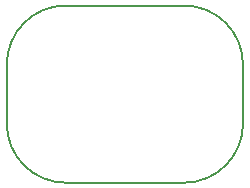
<source format=gbr>
G04 DipTrace 4.3.0.6*
G04 BoardOutline.gbr*
%MOMM*%
G04 #@! TF.FileFunction,Profile*
G04 #@! TF.Part,Single*
%ADD12C,0.14*%
%FSLAX35Y35*%
G04*
G71*
G90*
G75*
G01*
G04 BoardOutline*
%LPD*%
X500000Y1500000D2*
D12*
G03X0Y1000000I0J-500000D01*
G01*
Y500000D1*
G03X500000Y0I500000J0D01*
G01*
X1500000D1*
G03X2000000Y500000I0J500000D01*
G01*
Y1000000D1*
G03X1500000Y1500000I-500000J0D01*
G01*
X500000D1*
M02*

</source>
